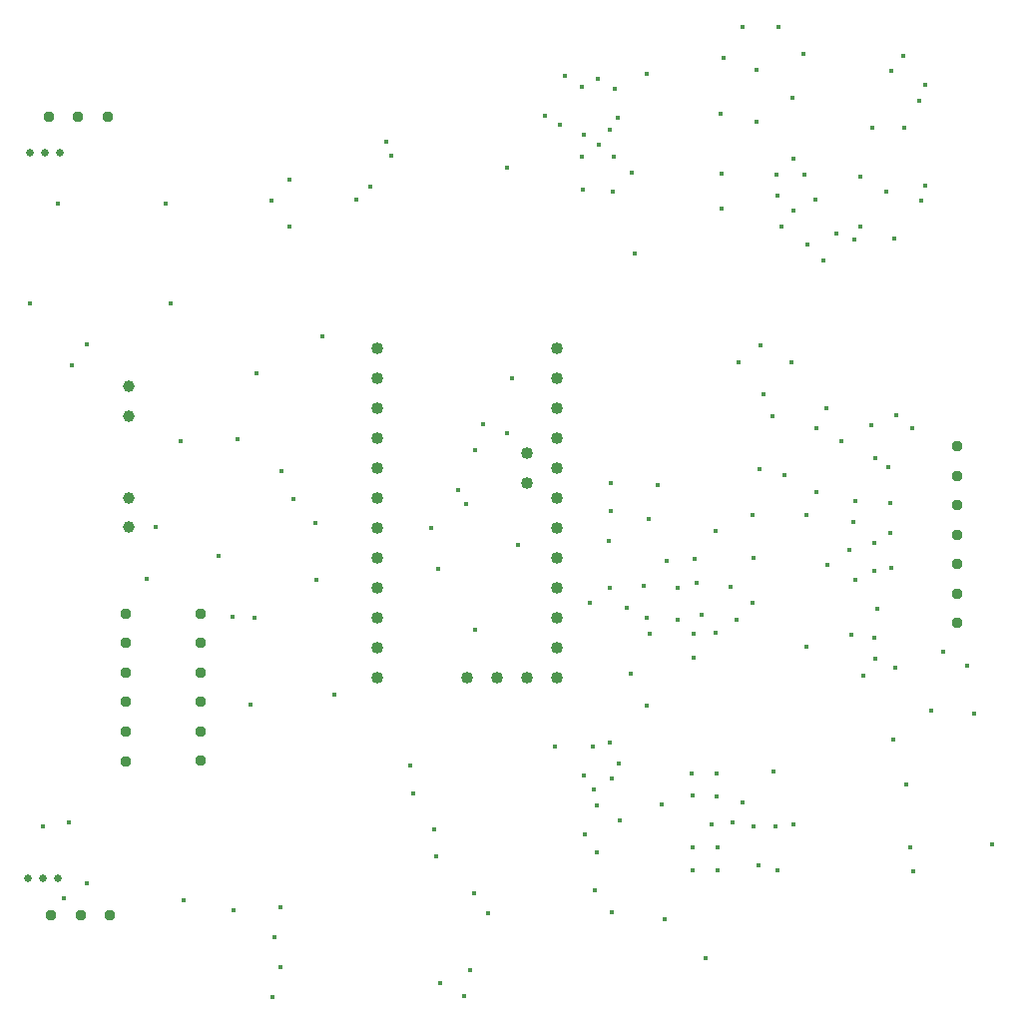
<source format=gbr>
%TF.GenerationSoftware,KiCad,Pcbnew,7.0.9*%
%TF.CreationDate,2024-02-17T17:29:30+05:30*%
%TF.ProjectId,BMS OPAMP,424d5320-4f50-4414-9d50-2e6b69636164,rev?*%
%TF.SameCoordinates,Original*%
%TF.FileFunction,Plated,1,2,PTH,Drill*%
%TF.FilePolarity,Positive*%
%FSLAX46Y46*%
G04 Gerber Fmt 4.6, Leading zero omitted, Abs format (unit mm)*
G04 Created by KiCad (PCBNEW 7.0.9) date 2024-02-17 17:29:30*
%MOMM*%
%LPD*%
G01*
G04 APERTURE LIST*
%TA.AperFunction,ViaDrill*%
%ADD10C,0.400000*%
%TD*%
%TA.AperFunction,ComponentDrill*%
%ADD11C,0.650000*%
%TD*%
%TA.AperFunction,ComponentDrill*%
%ADD12C,0.950000*%
%TD*%
%TA.AperFunction,ComponentDrill*%
%ADD13C,1.000000*%
%TD*%
%TA.AperFunction,ComponentDrill*%
%ADD14C,1.016000*%
%TD*%
G04 APERTURE END LIST*
D10*
X24511000Y-40500000D03*
X25654000Y-84836000D03*
X26908000Y-32000000D03*
X27381200Y-90932000D03*
X27787600Y-84480400D03*
X28050000Y-45750000D03*
X29339500Y-43916600D03*
X29339500Y-89687400D03*
X34417000Y-63855600D03*
X35153600Y-59486800D03*
X36000000Y-32000000D03*
X36500000Y-40500000D03*
X37312600Y-52146200D03*
X37592000Y-91135200D03*
X40487600Y-61874400D03*
X41706800Y-67056000D03*
X41783000Y-91973400D03*
X42141000Y-51968400D03*
X43205400Y-74498200D03*
X43611800Y-67132200D03*
X43764200Y-46401900D03*
X45000000Y-31750000D03*
X45085000Y-99339400D03*
X45288200Y-94259400D03*
X45772000Y-91744800D03*
X45797400Y-96799400D03*
X45872400Y-54737000D03*
X46500000Y-30000000D03*
X46500000Y-34000000D03*
X46863000Y-57099200D03*
X48726600Y-59131200D03*
X48802800Y-63957200D03*
X49350000Y-43270000D03*
X50342800Y-73634600D03*
X52200000Y-31650000D03*
X53400000Y-30550000D03*
X54727587Y-26789254D03*
X55142800Y-27914600D03*
X56769000Y-79705200D03*
X56997600Y-82016600D03*
X58572400Y-59512200D03*
X58826400Y-85115400D03*
X59004200Y-87401400D03*
X59131900Y-63000000D03*
X59359800Y-98120200D03*
X60883800Y-56311800D03*
X61391800Y-99237800D03*
X61493800Y-57531000D03*
X61875200Y-97022000D03*
X62200000Y-90550000D03*
X62318300Y-68173600D03*
X62318800Y-52950000D03*
X63000000Y-50750000D03*
X63373000Y-92252800D03*
X65000000Y-29000000D03*
X65024000Y-51485800D03*
X65405000Y-46863000D03*
X65887600Y-61010800D03*
X68223800Y-24573900D03*
X69043800Y-78054200D03*
X69480500Y-25298400D03*
X69902400Y-21135000D03*
X71348000Y-22148800D03*
X71348000Y-28051000D03*
X71450000Y-30800000D03*
X71513100Y-80543400D03*
X71551200Y-26136600D03*
X71577200Y-85547200D03*
X72007197Y-65911903D03*
X72237600Y-78079600D03*
X72364600Y-81737200D03*
X72440800Y-90271600D03*
X72644000Y-87020400D03*
X72650000Y-83050000D03*
X72700000Y-21400000D03*
X72745000Y-27050000D03*
X73634600Y-60661800D03*
X73698751Y-64597648D03*
X73710200Y-25755600D03*
X73710800Y-77753700D03*
X73777600Y-55753000D03*
X73803000Y-58089800D03*
X73863200Y-92151200D03*
X73876500Y-80822800D03*
X73972970Y-30968688D03*
X74015000Y-28027400D03*
X74142000Y-22250400D03*
X74355235Y-24730703D03*
X74500000Y-79550000D03*
X74549000Y-84302600D03*
X75133200Y-66319400D03*
X75477200Y-71932800D03*
X75589800Y-29362400D03*
X75843800Y-36220400D03*
X76606400Y-64465200D03*
X76809600Y-67157600D03*
X76809600Y-74599800D03*
X76834400Y-21031200D03*
X77024900Y-58775600D03*
X77063600Y-68503800D03*
X77749400Y-55930800D03*
X78105000Y-83007200D03*
X78359000Y-92744800D03*
X78523100Y-62350000D03*
X79476600Y-64615900D03*
X79476600Y-67335400D03*
X80619600Y-80356200D03*
X80721200Y-86630000D03*
X80721200Y-88530500D03*
X80779850Y-82198978D03*
X80822800Y-68494400D03*
X80822800Y-70494400D03*
X80924400Y-62119000D03*
X81102200Y-64169800D03*
X81470783Y-66922297D03*
X81813400Y-95986600D03*
X82391000Y-84709000D03*
X82672300Y-68418844D03*
X82727800Y-59758500D03*
X82778600Y-80330800D03*
X82778600Y-82330800D03*
X82854800Y-86604600D03*
X82854800Y-88604600D03*
X83131214Y-24395866D03*
X83225800Y-29464000D03*
X83225800Y-32414000D03*
X83408666Y-19667478D03*
X83988400Y-64524900D03*
X84147700Y-84505800D03*
X84426600Y-67335400D03*
X84607400Y-45472600D03*
X84953600Y-82854800D03*
X85000000Y-17000000D03*
X85800000Y-65900000D03*
X85823200Y-58394600D03*
X85928200Y-62052200D03*
X85950000Y-84886800D03*
X86183900Y-20660400D03*
X86183900Y-25110400D03*
X86360000Y-88163400D03*
X86381800Y-54517800D03*
X86500000Y-44000000D03*
X86786800Y-48211500D03*
X87557900Y-50086500D03*
X87628682Y-80218741D03*
X87731600Y-84886800D03*
X87881300Y-29596800D03*
X87909400Y-88595200D03*
X87959600Y-31369000D03*
X88025000Y-17000000D03*
X88281940Y-33981940D03*
X88500000Y-55000000D03*
X89157400Y-45472600D03*
X89209650Y-23009650D03*
X89255600Y-84658200D03*
X89303500Y-28194000D03*
X89303500Y-32644000D03*
X90118000Y-19329400D03*
X90220200Y-29596800D03*
X90373200Y-58394600D03*
X90398600Y-69621400D03*
X90500000Y-35500000D03*
X91185400Y-31696000D03*
X91200500Y-56450000D03*
X91236800Y-51054000D03*
X91850000Y-36850000D03*
X92061300Y-49400000D03*
X92150000Y-62700900D03*
X92950000Y-34550000D03*
X93370400Y-52197000D03*
X94050000Y-61400000D03*
X94200000Y-68605400D03*
X94350000Y-59000000D03*
X94437200Y-35057238D03*
X94544900Y-57226200D03*
X94550000Y-63900000D03*
X94986469Y-29761898D03*
X95000845Y-33998413D03*
X95224600Y-72059800D03*
X95897393Y-50790200D03*
X95986000Y-25591600D03*
X96152300Y-60807600D03*
X96152300Y-63144400D03*
X96152300Y-68884800D03*
X96215200Y-70662800D03*
X96252300Y-53600000D03*
X96365840Y-66368652D03*
X97194751Y-31000000D03*
X97346750Y-54396750D03*
X97534800Y-57429400D03*
X97534800Y-59969400D03*
X97593991Y-62885900D03*
X97611600Y-20726400D03*
X97764600Y-77520800D03*
X97840200Y-34975800D03*
X97891600Y-71395500D03*
X98018600Y-49965700D03*
X98576800Y-19507200D03*
X98710700Y-25591600D03*
X98850000Y-81300000D03*
X99237800Y-86588600D03*
X99390200Y-51028600D03*
X99466400Y-88646000D03*
X100000000Y-23300000D03*
X100150000Y-31800000D03*
X100450000Y-21950000D03*
X100500000Y-30500000D03*
X101000000Y-75000000D03*
X102000000Y-70000000D03*
X104013000Y-71196200D03*
X104606600Y-75260200D03*
X106146600Y-86410800D03*
D11*
%TO.C,J6*%
X24368000Y-89281000D03*
%TO.C,J5*%
X24511000Y-27686000D03*
%TO.C,J6*%
X25638000Y-89281000D03*
%TO.C,J5*%
X25781000Y-27686000D03*
%TO.C,J6*%
X26908000Y-89281000D03*
%TO.C,J5*%
X27051000Y-27686000D03*
D12*
%TO.C,J4*%
X26115000Y-24638000D03*
%TO.C,J3*%
X26329000Y-92384000D03*
%TO.C,J4*%
X28615000Y-24638000D03*
%TO.C,J3*%
X28829000Y-92384000D03*
%TO.C,J4*%
X31115000Y-24638000D03*
%TO.C,J3*%
X31329000Y-92384000D03*
%TO.C,J1*%
X32639000Y-66802000D03*
X32639000Y-69302000D03*
X32639000Y-71802000D03*
X32639000Y-74302000D03*
X32639000Y-76802000D03*
X32639000Y-79302000D03*
%TO.C,J2*%
X38972000Y-66775000D03*
X38972000Y-69275000D03*
X38972000Y-71775000D03*
X38972000Y-74275000D03*
X38972000Y-76775000D03*
X38972000Y-79275000D03*
%TO.C,J9*%
X103148800Y-52603400D03*
X103148800Y-55103400D03*
X103148800Y-57603400D03*
X103148800Y-60103400D03*
X103148800Y-62603400D03*
X103148800Y-65103400D03*
X103148800Y-67603400D03*
D13*
%TO.C,J7*%
X32914000Y-47518000D03*
X32914000Y-50018000D03*
%TO.C,J8*%
X32914000Y-56968000D03*
X32914000Y-59468000D03*
D14*
%TO.C,A1*%
X53975000Y-44323000D03*
X53975000Y-46863000D03*
X53975000Y-49403000D03*
X53975000Y-51943000D03*
X53975000Y-54483000D03*
X53975000Y-57023000D03*
X53975000Y-59563000D03*
X53975000Y-62103000D03*
X53975000Y-64643000D03*
X53975000Y-67183000D03*
X53975000Y-69723000D03*
X53975000Y-72263000D03*
X61595000Y-72263000D03*
X64135000Y-72263000D03*
X66675000Y-53213000D03*
X66675000Y-55753000D03*
X66675000Y-72263000D03*
X69215000Y-44323000D03*
X69215000Y-46863000D03*
X69215000Y-49403000D03*
X69215000Y-51943000D03*
X69215000Y-54483000D03*
X69215000Y-57023000D03*
X69215000Y-59563000D03*
X69215000Y-62103000D03*
X69215000Y-64643000D03*
X69215000Y-67183000D03*
X69215000Y-69723000D03*
X69215000Y-72263000D03*
M02*

</source>
